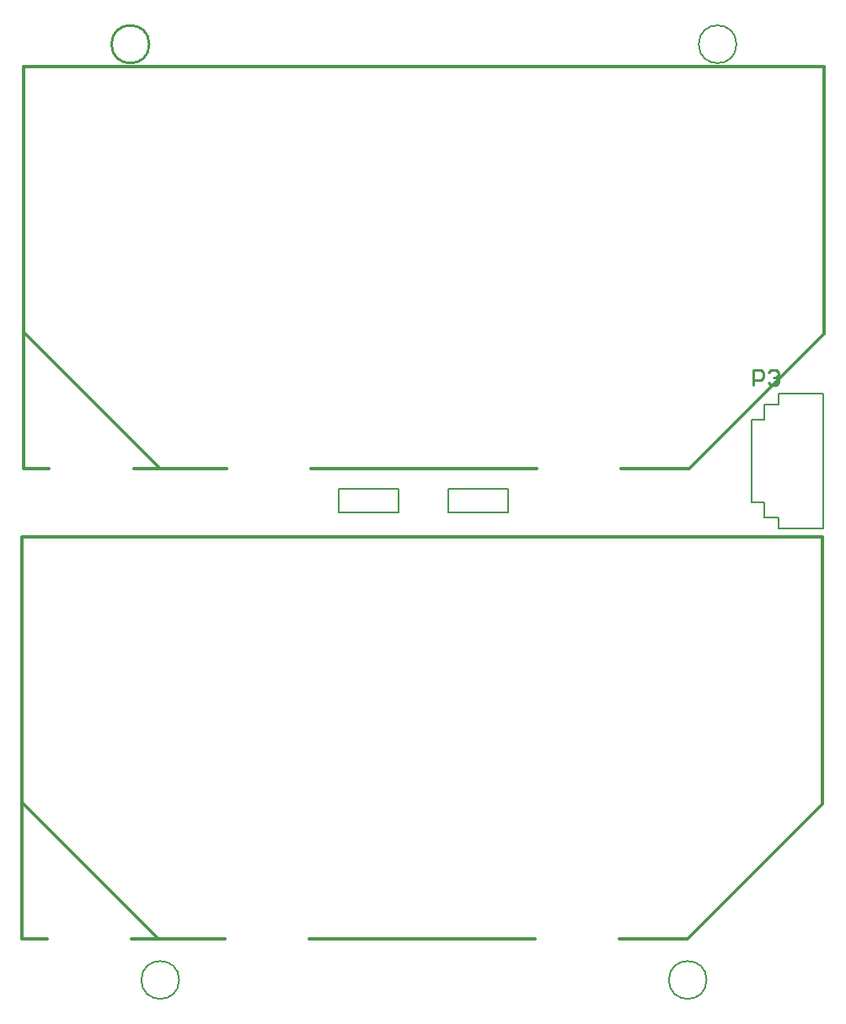
<source format=gto>
G04*
G04 #@! TF.GenerationSoftware,Altium Limited,Altium Designer,18.1.9 (240)*
G04*
G04 Layer_Color=65535*
%FSLAX25Y25*%
%MOIN*%
G70*
G01*
G75*
%ADD10C,0.00591*%
%ADD11C,0.01000*%
%ADD12C,0.01181*%
D10*
X275197Y10043D02*
G03*
X275197Y10043I-7480J0D01*
G01*
X66535Y10043D02*
G03*
X66535Y10043I-7480J0D01*
G01*
X287008Y380122D02*
G03*
X287008Y380122I-7480J0D01*
G01*
X54724D02*
G03*
X54724Y380122I-7480J0D01*
G01*
X298047Y192980D02*
Y198980D01*
X303658Y188472D02*
X321205D01*
X303658Y192980D02*
X303658Y188472D01*
X303658Y242016D02*
X321205D01*
X292831Y231484D02*
X298047D01*
Y237488D01*
X303658D01*
Y242016D01*
X321205Y188472D02*
Y242016D01*
X298047Y192980D02*
X303658D01*
X292831Y198980D02*
Y231484D01*
Y198980D02*
X298047D01*
X153457Y194925D02*
Y204177D01*
X129638Y194925D02*
X153457D01*
X129638Y204177D02*
X153457D01*
X129638Y194925D02*
Y204177D01*
X172941Y194925D02*
Y204177D01*
X196760D01*
X172941Y194925D02*
X196760D01*
Y204177D01*
D11*
X54724Y380122D02*
G03*
X54724Y380122I-7480J0D01*
G01*
X4902Y212136D02*
Y370236D01*
Y212136D02*
X10299D01*
X4224Y26136D02*
X9622D01*
X4224D02*
Y184236D01*
X293552Y245294D02*
Y251292D01*
X296551D01*
X297551Y250292D01*
Y248293D01*
X296551Y247293D01*
X293552D01*
X299550Y250292D02*
X300550Y251292D01*
X302549D01*
X303549Y250292D01*
Y249293D01*
X302549Y248293D01*
X301550D01*
X302549D01*
X303549Y247293D01*
Y246294D01*
X302549Y245294D01*
X300550D01*
X299550Y246294D01*
D12*
X259828Y371191D02*
X321746D01*
X4902Y212136D02*
Y371191D01*
X321746Y265595D02*
Y371191D01*
X268287Y212136D02*
X321746Y265595D01*
X241417Y212136D02*
X268287D01*
X201457D02*
X207953D01*
X118681D02*
X201457D01*
X48504D02*
X85216D01*
X4902D02*
X15039D01*
X4902Y266136D02*
X58878Y212157D01*
X4902Y371191D02*
X259828D01*
X4224Y185191D02*
X259151D01*
X4224Y80136D02*
X58201Y26157D01*
X4224Y26136D02*
X14362D01*
X47827D02*
X84539D01*
X118004D02*
X200780D01*
X207276D01*
X240740D02*
X267610D01*
X321069Y79594D01*
Y185191D01*
X4224Y26136D02*
Y185191D01*
X259151D02*
X321069D01*
M02*

</source>
